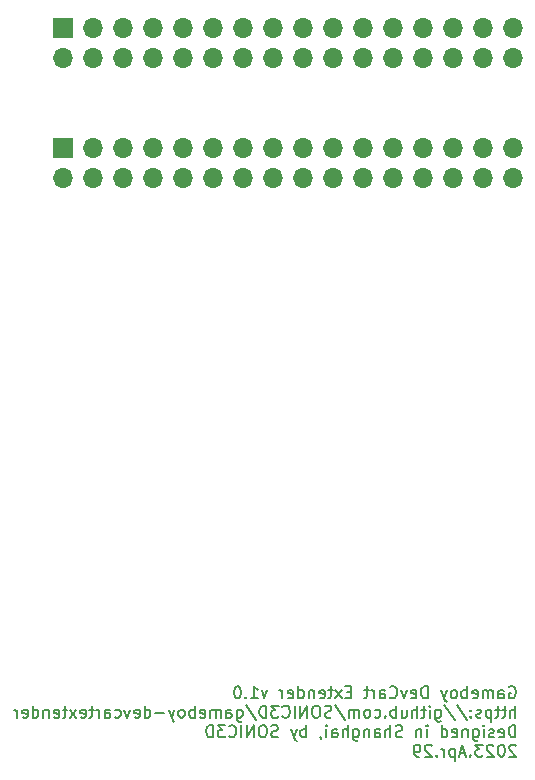
<source format=gbs>
%TF.GenerationSoftware,KiCad,Pcbnew,(5.1.10-1-10_14)*%
%TF.CreationDate,2023-04-29T23:30:21+08:00*%
%TF.ProjectId,GB_DevCartExtender_Mainboard,47425f44-6576-4436-9172-74457874656e,1.0*%
%TF.SameCoordinates,Original*%
%TF.FileFunction,Soldermask,Bot*%
%TF.FilePolarity,Negative*%
%FSLAX46Y46*%
G04 Gerber Fmt 4.6, Leading zero omitted, Abs format (unit mm)*
G04 Created by KiCad (PCBNEW (5.1.10-1-10_14)) date 2023-04-29 23:30:21*
%MOMM*%
%LPD*%
G01*
G04 APERTURE LIST*
%ADD10C,0.150000*%
%ADD11O,1.700000X1.700000*%
%ADD12R,1.700000X1.700000*%
G04 APERTURE END LIST*
D10*
X108360595Y-129740000D02*
X108455833Y-129692380D01*
X108598690Y-129692380D01*
X108741547Y-129740000D01*
X108836785Y-129835238D01*
X108884404Y-129930476D01*
X108932023Y-130120952D01*
X108932023Y-130263809D01*
X108884404Y-130454285D01*
X108836785Y-130549523D01*
X108741547Y-130644761D01*
X108598690Y-130692380D01*
X108503452Y-130692380D01*
X108360595Y-130644761D01*
X108312976Y-130597142D01*
X108312976Y-130263809D01*
X108503452Y-130263809D01*
X107455833Y-130692380D02*
X107455833Y-130168571D01*
X107503452Y-130073333D01*
X107598690Y-130025714D01*
X107789166Y-130025714D01*
X107884404Y-130073333D01*
X107455833Y-130644761D02*
X107551071Y-130692380D01*
X107789166Y-130692380D01*
X107884404Y-130644761D01*
X107932023Y-130549523D01*
X107932023Y-130454285D01*
X107884404Y-130359047D01*
X107789166Y-130311428D01*
X107551071Y-130311428D01*
X107455833Y-130263809D01*
X106979642Y-130692380D02*
X106979642Y-130025714D01*
X106979642Y-130120952D02*
X106932023Y-130073333D01*
X106836785Y-130025714D01*
X106693928Y-130025714D01*
X106598690Y-130073333D01*
X106551071Y-130168571D01*
X106551071Y-130692380D01*
X106551071Y-130168571D02*
X106503452Y-130073333D01*
X106408214Y-130025714D01*
X106265357Y-130025714D01*
X106170119Y-130073333D01*
X106122500Y-130168571D01*
X106122500Y-130692380D01*
X105265357Y-130644761D02*
X105360595Y-130692380D01*
X105551071Y-130692380D01*
X105646309Y-130644761D01*
X105693928Y-130549523D01*
X105693928Y-130168571D01*
X105646309Y-130073333D01*
X105551071Y-130025714D01*
X105360595Y-130025714D01*
X105265357Y-130073333D01*
X105217738Y-130168571D01*
X105217738Y-130263809D01*
X105693928Y-130359047D01*
X104789166Y-130692380D02*
X104789166Y-129692380D01*
X104789166Y-130073333D02*
X104693928Y-130025714D01*
X104503452Y-130025714D01*
X104408214Y-130073333D01*
X104360595Y-130120952D01*
X104312976Y-130216190D01*
X104312976Y-130501904D01*
X104360595Y-130597142D01*
X104408214Y-130644761D01*
X104503452Y-130692380D01*
X104693928Y-130692380D01*
X104789166Y-130644761D01*
X103741547Y-130692380D02*
X103836785Y-130644761D01*
X103884404Y-130597142D01*
X103932023Y-130501904D01*
X103932023Y-130216190D01*
X103884404Y-130120952D01*
X103836785Y-130073333D01*
X103741547Y-130025714D01*
X103598690Y-130025714D01*
X103503452Y-130073333D01*
X103455833Y-130120952D01*
X103408214Y-130216190D01*
X103408214Y-130501904D01*
X103455833Y-130597142D01*
X103503452Y-130644761D01*
X103598690Y-130692380D01*
X103741547Y-130692380D01*
X103074880Y-130025714D02*
X102836785Y-130692380D01*
X102598690Y-130025714D02*
X102836785Y-130692380D01*
X102932023Y-130930476D01*
X102979642Y-130978095D01*
X103074880Y-131025714D01*
X101455833Y-130692380D02*
X101455833Y-129692380D01*
X101217738Y-129692380D01*
X101074880Y-129740000D01*
X100979642Y-129835238D01*
X100932023Y-129930476D01*
X100884404Y-130120952D01*
X100884404Y-130263809D01*
X100932023Y-130454285D01*
X100979642Y-130549523D01*
X101074880Y-130644761D01*
X101217738Y-130692380D01*
X101455833Y-130692380D01*
X100074880Y-130644761D02*
X100170119Y-130692380D01*
X100360595Y-130692380D01*
X100455833Y-130644761D01*
X100503452Y-130549523D01*
X100503452Y-130168571D01*
X100455833Y-130073333D01*
X100360595Y-130025714D01*
X100170119Y-130025714D01*
X100074880Y-130073333D01*
X100027261Y-130168571D01*
X100027261Y-130263809D01*
X100503452Y-130359047D01*
X99693928Y-130025714D02*
X99455833Y-130692380D01*
X99217738Y-130025714D01*
X98265357Y-130597142D02*
X98312976Y-130644761D01*
X98455833Y-130692380D01*
X98551071Y-130692380D01*
X98693928Y-130644761D01*
X98789166Y-130549523D01*
X98836785Y-130454285D01*
X98884404Y-130263809D01*
X98884404Y-130120952D01*
X98836785Y-129930476D01*
X98789166Y-129835238D01*
X98693928Y-129740000D01*
X98551071Y-129692380D01*
X98455833Y-129692380D01*
X98312976Y-129740000D01*
X98265357Y-129787619D01*
X97408214Y-130692380D02*
X97408214Y-130168571D01*
X97455833Y-130073333D01*
X97551071Y-130025714D01*
X97741547Y-130025714D01*
X97836785Y-130073333D01*
X97408214Y-130644761D02*
X97503452Y-130692380D01*
X97741547Y-130692380D01*
X97836785Y-130644761D01*
X97884404Y-130549523D01*
X97884404Y-130454285D01*
X97836785Y-130359047D01*
X97741547Y-130311428D01*
X97503452Y-130311428D01*
X97408214Y-130263809D01*
X96932023Y-130692380D02*
X96932023Y-130025714D01*
X96932023Y-130216190D02*
X96884404Y-130120952D01*
X96836785Y-130073333D01*
X96741547Y-130025714D01*
X96646309Y-130025714D01*
X96455833Y-130025714D02*
X96074880Y-130025714D01*
X96312976Y-129692380D02*
X96312976Y-130549523D01*
X96265357Y-130644761D01*
X96170119Y-130692380D01*
X96074880Y-130692380D01*
X94979642Y-130168571D02*
X94646309Y-130168571D01*
X94503452Y-130692380D02*
X94979642Y-130692380D01*
X94979642Y-129692380D01*
X94503452Y-129692380D01*
X94170119Y-130692380D02*
X93646309Y-130025714D01*
X94170119Y-130025714D02*
X93646309Y-130692380D01*
X93408214Y-130025714D02*
X93027261Y-130025714D01*
X93265357Y-129692380D02*
X93265357Y-130549523D01*
X93217738Y-130644761D01*
X93122500Y-130692380D01*
X93027261Y-130692380D01*
X92312976Y-130644761D02*
X92408214Y-130692380D01*
X92598690Y-130692380D01*
X92693928Y-130644761D01*
X92741547Y-130549523D01*
X92741547Y-130168571D01*
X92693928Y-130073333D01*
X92598690Y-130025714D01*
X92408214Y-130025714D01*
X92312976Y-130073333D01*
X92265357Y-130168571D01*
X92265357Y-130263809D01*
X92741547Y-130359047D01*
X91836785Y-130025714D02*
X91836785Y-130692380D01*
X91836785Y-130120952D02*
X91789166Y-130073333D01*
X91693928Y-130025714D01*
X91551071Y-130025714D01*
X91455833Y-130073333D01*
X91408214Y-130168571D01*
X91408214Y-130692380D01*
X90503452Y-130692380D02*
X90503452Y-129692380D01*
X90503452Y-130644761D02*
X90598690Y-130692380D01*
X90789166Y-130692380D01*
X90884404Y-130644761D01*
X90932023Y-130597142D01*
X90979642Y-130501904D01*
X90979642Y-130216190D01*
X90932023Y-130120952D01*
X90884404Y-130073333D01*
X90789166Y-130025714D01*
X90598690Y-130025714D01*
X90503452Y-130073333D01*
X89646309Y-130644761D02*
X89741547Y-130692380D01*
X89932023Y-130692380D01*
X90027261Y-130644761D01*
X90074880Y-130549523D01*
X90074880Y-130168571D01*
X90027261Y-130073333D01*
X89932023Y-130025714D01*
X89741547Y-130025714D01*
X89646309Y-130073333D01*
X89598690Y-130168571D01*
X89598690Y-130263809D01*
X90074880Y-130359047D01*
X89170119Y-130692380D02*
X89170119Y-130025714D01*
X89170119Y-130216190D02*
X89122500Y-130120952D01*
X89074880Y-130073333D01*
X88979642Y-130025714D01*
X88884404Y-130025714D01*
X87884404Y-130025714D02*
X87646309Y-130692380D01*
X87408214Y-130025714D01*
X86503452Y-130692380D02*
X87074880Y-130692380D01*
X86789166Y-130692380D02*
X86789166Y-129692380D01*
X86884404Y-129835238D01*
X86979642Y-129930476D01*
X87074880Y-129978095D01*
X86074880Y-130597142D02*
X86027261Y-130644761D01*
X86074880Y-130692380D01*
X86122500Y-130644761D01*
X86074880Y-130597142D01*
X86074880Y-130692380D01*
X85408214Y-129692380D02*
X85312976Y-129692380D01*
X85217738Y-129740000D01*
X85170119Y-129787619D01*
X85122500Y-129882857D01*
X85074880Y-130073333D01*
X85074880Y-130311428D01*
X85122500Y-130501904D01*
X85170119Y-130597142D01*
X85217738Y-130644761D01*
X85312976Y-130692380D01*
X85408214Y-130692380D01*
X85503452Y-130644761D01*
X85551071Y-130597142D01*
X85598690Y-130501904D01*
X85646309Y-130311428D01*
X85646309Y-130073333D01*
X85598690Y-129882857D01*
X85551071Y-129787619D01*
X85503452Y-129740000D01*
X85408214Y-129692380D01*
X108884404Y-132342380D02*
X108884404Y-131342380D01*
X108455833Y-132342380D02*
X108455833Y-131818571D01*
X108503452Y-131723333D01*
X108598690Y-131675714D01*
X108741547Y-131675714D01*
X108836785Y-131723333D01*
X108884404Y-131770952D01*
X108122500Y-131675714D02*
X107741547Y-131675714D01*
X107979642Y-131342380D02*
X107979642Y-132199523D01*
X107932023Y-132294761D01*
X107836785Y-132342380D01*
X107741547Y-132342380D01*
X107551071Y-131675714D02*
X107170119Y-131675714D01*
X107408214Y-131342380D02*
X107408214Y-132199523D01*
X107360595Y-132294761D01*
X107265357Y-132342380D01*
X107170119Y-132342380D01*
X106836785Y-131675714D02*
X106836785Y-132675714D01*
X106836785Y-131723333D02*
X106741547Y-131675714D01*
X106551071Y-131675714D01*
X106455833Y-131723333D01*
X106408214Y-131770952D01*
X106360595Y-131866190D01*
X106360595Y-132151904D01*
X106408214Y-132247142D01*
X106455833Y-132294761D01*
X106551071Y-132342380D01*
X106741547Y-132342380D01*
X106836785Y-132294761D01*
X105979642Y-132294761D02*
X105884404Y-132342380D01*
X105693928Y-132342380D01*
X105598690Y-132294761D01*
X105551071Y-132199523D01*
X105551071Y-132151904D01*
X105598690Y-132056666D01*
X105693928Y-132009047D01*
X105836785Y-132009047D01*
X105932023Y-131961428D01*
X105979642Y-131866190D01*
X105979642Y-131818571D01*
X105932023Y-131723333D01*
X105836785Y-131675714D01*
X105693928Y-131675714D01*
X105598690Y-131723333D01*
X105122500Y-132247142D02*
X105074880Y-132294761D01*
X105122500Y-132342380D01*
X105170119Y-132294761D01*
X105122500Y-132247142D01*
X105122500Y-132342380D01*
X105122500Y-131723333D02*
X105074880Y-131770952D01*
X105122500Y-131818571D01*
X105170119Y-131770952D01*
X105122500Y-131723333D01*
X105122500Y-131818571D01*
X103932023Y-131294761D02*
X104789166Y-132580476D01*
X102884404Y-131294761D02*
X103741547Y-132580476D01*
X102122500Y-131675714D02*
X102122500Y-132485238D01*
X102170119Y-132580476D01*
X102217738Y-132628095D01*
X102312976Y-132675714D01*
X102455833Y-132675714D01*
X102551071Y-132628095D01*
X102122500Y-132294761D02*
X102217738Y-132342380D01*
X102408214Y-132342380D01*
X102503452Y-132294761D01*
X102551071Y-132247142D01*
X102598690Y-132151904D01*
X102598690Y-131866190D01*
X102551071Y-131770952D01*
X102503452Y-131723333D01*
X102408214Y-131675714D01*
X102217738Y-131675714D01*
X102122500Y-131723333D01*
X101646309Y-132342380D02*
X101646309Y-131675714D01*
X101646309Y-131342380D02*
X101693928Y-131390000D01*
X101646309Y-131437619D01*
X101598690Y-131390000D01*
X101646309Y-131342380D01*
X101646309Y-131437619D01*
X101312976Y-131675714D02*
X100932023Y-131675714D01*
X101170119Y-131342380D02*
X101170119Y-132199523D01*
X101122500Y-132294761D01*
X101027261Y-132342380D01*
X100932023Y-132342380D01*
X100598690Y-132342380D02*
X100598690Y-131342380D01*
X100170119Y-132342380D02*
X100170119Y-131818571D01*
X100217738Y-131723333D01*
X100312976Y-131675714D01*
X100455833Y-131675714D01*
X100551071Y-131723333D01*
X100598690Y-131770952D01*
X99265357Y-131675714D02*
X99265357Y-132342380D01*
X99693928Y-131675714D02*
X99693928Y-132199523D01*
X99646309Y-132294761D01*
X99551071Y-132342380D01*
X99408214Y-132342380D01*
X99312976Y-132294761D01*
X99265357Y-132247142D01*
X98789166Y-132342380D02*
X98789166Y-131342380D01*
X98789166Y-131723333D02*
X98693928Y-131675714D01*
X98503452Y-131675714D01*
X98408214Y-131723333D01*
X98360595Y-131770952D01*
X98312976Y-131866190D01*
X98312976Y-132151904D01*
X98360595Y-132247142D01*
X98408214Y-132294761D01*
X98503452Y-132342380D01*
X98693928Y-132342380D01*
X98789166Y-132294761D01*
X97884404Y-132247142D02*
X97836785Y-132294761D01*
X97884404Y-132342380D01*
X97932023Y-132294761D01*
X97884404Y-132247142D01*
X97884404Y-132342380D01*
X96979642Y-132294761D02*
X97074880Y-132342380D01*
X97265357Y-132342380D01*
X97360595Y-132294761D01*
X97408214Y-132247142D01*
X97455833Y-132151904D01*
X97455833Y-131866190D01*
X97408214Y-131770952D01*
X97360595Y-131723333D01*
X97265357Y-131675714D01*
X97074880Y-131675714D01*
X96979642Y-131723333D01*
X96408214Y-132342380D02*
X96503452Y-132294761D01*
X96551071Y-132247142D01*
X96598690Y-132151904D01*
X96598690Y-131866190D01*
X96551071Y-131770952D01*
X96503452Y-131723333D01*
X96408214Y-131675714D01*
X96265357Y-131675714D01*
X96170119Y-131723333D01*
X96122500Y-131770952D01*
X96074880Y-131866190D01*
X96074880Y-132151904D01*
X96122500Y-132247142D01*
X96170119Y-132294761D01*
X96265357Y-132342380D01*
X96408214Y-132342380D01*
X95646309Y-132342380D02*
X95646309Y-131675714D01*
X95646309Y-131770952D02*
X95598690Y-131723333D01*
X95503452Y-131675714D01*
X95360595Y-131675714D01*
X95265357Y-131723333D01*
X95217738Y-131818571D01*
X95217738Y-132342380D01*
X95217738Y-131818571D02*
X95170119Y-131723333D01*
X95074880Y-131675714D01*
X94932023Y-131675714D01*
X94836785Y-131723333D01*
X94789166Y-131818571D01*
X94789166Y-132342380D01*
X93598690Y-131294761D02*
X94455833Y-132580476D01*
X93312976Y-132294761D02*
X93170119Y-132342380D01*
X92932023Y-132342380D01*
X92836785Y-132294761D01*
X92789166Y-132247142D01*
X92741547Y-132151904D01*
X92741547Y-132056666D01*
X92789166Y-131961428D01*
X92836785Y-131913809D01*
X92932023Y-131866190D01*
X93122500Y-131818571D01*
X93217738Y-131770952D01*
X93265357Y-131723333D01*
X93312976Y-131628095D01*
X93312976Y-131532857D01*
X93265357Y-131437619D01*
X93217738Y-131390000D01*
X93122500Y-131342380D01*
X92884404Y-131342380D01*
X92741547Y-131390000D01*
X92122500Y-131342380D02*
X91932023Y-131342380D01*
X91836785Y-131390000D01*
X91741547Y-131485238D01*
X91693928Y-131675714D01*
X91693928Y-132009047D01*
X91741547Y-132199523D01*
X91836785Y-132294761D01*
X91932023Y-132342380D01*
X92122500Y-132342380D01*
X92217738Y-132294761D01*
X92312976Y-132199523D01*
X92360595Y-132009047D01*
X92360595Y-131675714D01*
X92312976Y-131485238D01*
X92217738Y-131390000D01*
X92122500Y-131342380D01*
X91265357Y-132342380D02*
X91265357Y-131342380D01*
X90693928Y-132342380D01*
X90693928Y-131342380D01*
X90217738Y-132342380D02*
X90217738Y-131342380D01*
X89170119Y-132247142D02*
X89217738Y-132294761D01*
X89360595Y-132342380D01*
X89455833Y-132342380D01*
X89598690Y-132294761D01*
X89693928Y-132199523D01*
X89741547Y-132104285D01*
X89789166Y-131913809D01*
X89789166Y-131770952D01*
X89741547Y-131580476D01*
X89693928Y-131485238D01*
X89598690Y-131390000D01*
X89455833Y-131342380D01*
X89360595Y-131342380D01*
X89217738Y-131390000D01*
X89170119Y-131437619D01*
X88836785Y-131342380D02*
X88217738Y-131342380D01*
X88551071Y-131723333D01*
X88408214Y-131723333D01*
X88312976Y-131770952D01*
X88265357Y-131818571D01*
X88217738Y-131913809D01*
X88217738Y-132151904D01*
X88265357Y-132247142D01*
X88312976Y-132294761D01*
X88408214Y-132342380D01*
X88693928Y-132342380D01*
X88789166Y-132294761D01*
X88836785Y-132247142D01*
X87789166Y-132342380D02*
X87789166Y-131342380D01*
X87551071Y-131342380D01*
X87408214Y-131390000D01*
X87312976Y-131485238D01*
X87265357Y-131580476D01*
X87217738Y-131770952D01*
X87217738Y-131913809D01*
X87265357Y-132104285D01*
X87312976Y-132199523D01*
X87408214Y-132294761D01*
X87551071Y-132342380D01*
X87789166Y-132342380D01*
X86074880Y-131294761D02*
X86932023Y-132580476D01*
X85312976Y-131675714D02*
X85312976Y-132485238D01*
X85360595Y-132580476D01*
X85408214Y-132628095D01*
X85503452Y-132675714D01*
X85646309Y-132675714D01*
X85741547Y-132628095D01*
X85312976Y-132294761D02*
X85408214Y-132342380D01*
X85598690Y-132342380D01*
X85693928Y-132294761D01*
X85741547Y-132247142D01*
X85789166Y-132151904D01*
X85789166Y-131866190D01*
X85741547Y-131770952D01*
X85693928Y-131723333D01*
X85598690Y-131675714D01*
X85408214Y-131675714D01*
X85312976Y-131723333D01*
X84408214Y-132342380D02*
X84408214Y-131818571D01*
X84455833Y-131723333D01*
X84551071Y-131675714D01*
X84741547Y-131675714D01*
X84836785Y-131723333D01*
X84408214Y-132294761D02*
X84503452Y-132342380D01*
X84741547Y-132342380D01*
X84836785Y-132294761D01*
X84884404Y-132199523D01*
X84884404Y-132104285D01*
X84836785Y-132009047D01*
X84741547Y-131961428D01*
X84503452Y-131961428D01*
X84408214Y-131913809D01*
X83932023Y-132342380D02*
X83932023Y-131675714D01*
X83932023Y-131770952D02*
X83884404Y-131723333D01*
X83789166Y-131675714D01*
X83646309Y-131675714D01*
X83551071Y-131723333D01*
X83503452Y-131818571D01*
X83503452Y-132342380D01*
X83503452Y-131818571D02*
X83455833Y-131723333D01*
X83360595Y-131675714D01*
X83217738Y-131675714D01*
X83122500Y-131723333D01*
X83074880Y-131818571D01*
X83074880Y-132342380D01*
X82217738Y-132294761D02*
X82312976Y-132342380D01*
X82503452Y-132342380D01*
X82598690Y-132294761D01*
X82646309Y-132199523D01*
X82646309Y-131818571D01*
X82598690Y-131723333D01*
X82503452Y-131675714D01*
X82312976Y-131675714D01*
X82217738Y-131723333D01*
X82170119Y-131818571D01*
X82170119Y-131913809D01*
X82646309Y-132009047D01*
X81741547Y-132342380D02*
X81741547Y-131342380D01*
X81741547Y-131723333D02*
X81646309Y-131675714D01*
X81455833Y-131675714D01*
X81360595Y-131723333D01*
X81312976Y-131770952D01*
X81265357Y-131866190D01*
X81265357Y-132151904D01*
X81312976Y-132247142D01*
X81360595Y-132294761D01*
X81455833Y-132342380D01*
X81646309Y-132342380D01*
X81741547Y-132294761D01*
X80693928Y-132342380D02*
X80789166Y-132294761D01*
X80836785Y-132247142D01*
X80884404Y-132151904D01*
X80884404Y-131866190D01*
X80836785Y-131770952D01*
X80789166Y-131723333D01*
X80693928Y-131675714D01*
X80551071Y-131675714D01*
X80455833Y-131723333D01*
X80408214Y-131770952D01*
X80360595Y-131866190D01*
X80360595Y-132151904D01*
X80408214Y-132247142D01*
X80455833Y-132294761D01*
X80551071Y-132342380D01*
X80693928Y-132342380D01*
X80027261Y-131675714D02*
X79789166Y-132342380D01*
X79551071Y-131675714D02*
X79789166Y-132342380D01*
X79884404Y-132580476D01*
X79932023Y-132628095D01*
X80027261Y-132675714D01*
X79170119Y-131961428D02*
X78408214Y-131961428D01*
X77503452Y-132342380D02*
X77503452Y-131342380D01*
X77503452Y-132294761D02*
X77598690Y-132342380D01*
X77789166Y-132342380D01*
X77884404Y-132294761D01*
X77932023Y-132247142D01*
X77979642Y-132151904D01*
X77979642Y-131866190D01*
X77932023Y-131770952D01*
X77884404Y-131723333D01*
X77789166Y-131675714D01*
X77598690Y-131675714D01*
X77503452Y-131723333D01*
X76646309Y-132294761D02*
X76741547Y-132342380D01*
X76932023Y-132342380D01*
X77027261Y-132294761D01*
X77074880Y-132199523D01*
X77074880Y-131818571D01*
X77027261Y-131723333D01*
X76932023Y-131675714D01*
X76741547Y-131675714D01*
X76646309Y-131723333D01*
X76598690Y-131818571D01*
X76598690Y-131913809D01*
X77074880Y-132009047D01*
X76265357Y-131675714D02*
X76027261Y-132342380D01*
X75789166Y-131675714D01*
X74979642Y-132294761D02*
X75074880Y-132342380D01*
X75265357Y-132342380D01*
X75360595Y-132294761D01*
X75408214Y-132247142D01*
X75455833Y-132151904D01*
X75455833Y-131866190D01*
X75408214Y-131770952D01*
X75360595Y-131723333D01*
X75265357Y-131675714D01*
X75074880Y-131675714D01*
X74979642Y-131723333D01*
X74122500Y-132342380D02*
X74122500Y-131818571D01*
X74170119Y-131723333D01*
X74265357Y-131675714D01*
X74455833Y-131675714D01*
X74551071Y-131723333D01*
X74122500Y-132294761D02*
X74217738Y-132342380D01*
X74455833Y-132342380D01*
X74551071Y-132294761D01*
X74598690Y-132199523D01*
X74598690Y-132104285D01*
X74551071Y-132009047D01*
X74455833Y-131961428D01*
X74217738Y-131961428D01*
X74122500Y-131913809D01*
X73646309Y-132342380D02*
X73646309Y-131675714D01*
X73646309Y-131866190D02*
X73598690Y-131770952D01*
X73551071Y-131723333D01*
X73455833Y-131675714D01*
X73360595Y-131675714D01*
X73170119Y-131675714D02*
X72789166Y-131675714D01*
X73027261Y-131342380D02*
X73027261Y-132199523D01*
X72979642Y-132294761D01*
X72884404Y-132342380D01*
X72789166Y-132342380D01*
X72074880Y-132294761D02*
X72170119Y-132342380D01*
X72360595Y-132342380D01*
X72455833Y-132294761D01*
X72503452Y-132199523D01*
X72503452Y-131818571D01*
X72455833Y-131723333D01*
X72360595Y-131675714D01*
X72170119Y-131675714D01*
X72074880Y-131723333D01*
X72027261Y-131818571D01*
X72027261Y-131913809D01*
X72503452Y-132009047D01*
X71693928Y-132342380D02*
X71170119Y-131675714D01*
X71693928Y-131675714D02*
X71170119Y-132342380D01*
X70932023Y-131675714D02*
X70551071Y-131675714D01*
X70789166Y-131342380D02*
X70789166Y-132199523D01*
X70741547Y-132294761D01*
X70646309Y-132342380D01*
X70551071Y-132342380D01*
X69836785Y-132294761D02*
X69932023Y-132342380D01*
X70122500Y-132342380D01*
X70217738Y-132294761D01*
X70265357Y-132199523D01*
X70265357Y-131818571D01*
X70217738Y-131723333D01*
X70122500Y-131675714D01*
X69932023Y-131675714D01*
X69836785Y-131723333D01*
X69789166Y-131818571D01*
X69789166Y-131913809D01*
X70265357Y-132009047D01*
X69360595Y-131675714D02*
X69360595Y-132342380D01*
X69360595Y-131770952D02*
X69312976Y-131723333D01*
X69217738Y-131675714D01*
X69074880Y-131675714D01*
X68979642Y-131723333D01*
X68932023Y-131818571D01*
X68932023Y-132342380D01*
X68027261Y-132342380D02*
X68027261Y-131342380D01*
X68027261Y-132294761D02*
X68122500Y-132342380D01*
X68312976Y-132342380D01*
X68408214Y-132294761D01*
X68455833Y-132247142D01*
X68503452Y-132151904D01*
X68503452Y-131866190D01*
X68455833Y-131770952D01*
X68408214Y-131723333D01*
X68312976Y-131675714D01*
X68122500Y-131675714D01*
X68027261Y-131723333D01*
X67170119Y-132294761D02*
X67265357Y-132342380D01*
X67455833Y-132342380D01*
X67551071Y-132294761D01*
X67598690Y-132199523D01*
X67598690Y-131818571D01*
X67551071Y-131723333D01*
X67455833Y-131675714D01*
X67265357Y-131675714D01*
X67170119Y-131723333D01*
X67122500Y-131818571D01*
X67122500Y-131913809D01*
X67598690Y-132009047D01*
X66693928Y-132342380D02*
X66693928Y-131675714D01*
X66693928Y-131866190D02*
X66646309Y-131770952D01*
X66598690Y-131723333D01*
X66503452Y-131675714D01*
X66408214Y-131675714D01*
X108884404Y-133992380D02*
X108884404Y-132992380D01*
X108646309Y-132992380D01*
X108503452Y-133040000D01*
X108408214Y-133135238D01*
X108360595Y-133230476D01*
X108312976Y-133420952D01*
X108312976Y-133563809D01*
X108360595Y-133754285D01*
X108408214Y-133849523D01*
X108503452Y-133944761D01*
X108646309Y-133992380D01*
X108884404Y-133992380D01*
X107503452Y-133944761D02*
X107598690Y-133992380D01*
X107789166Y-133992380D01*
X107884404Y-133944761D01*
X107932023Y-133849523D01*
X107932023Y-133468571D01*
X107884404Y-133373333D01*
X107789166Y-133325714D01*
X107598690Y-133325714D01*
X107503452Y-133373333D01*
X107455833Y-133468571D01*
X107455833Y-133563809D01*
X107932023Y-133659047D01*
X107074880Y-133944761D02*
X106979642Y-133992380D01*
X106789166Y-133992380D01*
X106693928Y-133944761D01*
X106646309Y-133849523D01*
X106646309Y-133801904D01*
X106693928Y-133706666D01*
X106789166Y-133659047D01*
X106932023Y-133659047D01*
X107027261Y-133611428D01*
X107074880Y-133516190D01*
X107074880Y-133468571D01*
X107027261Y-133373333D01*
X106932023Y-133325714D01*
X106789166Y-133325714D01*
X106693928Y-133373333D01*
X106217738Y-133992380D02*
X106217738Y-133325714D01*
X106217738Y-132992380D02*
X106265357Y-133040000D01*
X106217738Y-133087619D01*
X106170119Y-133040000D01*
X106217738Y-132992380D01*
X106217738Y-133087619D01*
X105312976Y-133325714D02*
X105312976Y-134135238D01*
X105360595Y-134230476D01*
X105408214Y-134278095D01*
X105503452Y-134325714D01*
X105646309Y-134325714D01*
X105741547Y-134278095D01*
X105312976Y-133944761D02*
X105408214Y-133992380D01*
X105598690Y-133992380D01*
X105693928Y-133944761D01*
X105741547Y-133897142D01*
X105789166Y-133801904D01*
X105789166Y-133516190D01*
X105741547Y-133420952D01*
X105693928Y-133373333D01*
X105598690Y-133325714D01*
X105408214Y-133325714D01*
X105312976Y-133373333D01*
X104836785Y-133325714D02*
X104836785Y-133992380D01*
X104836785Y-133420952D02*
X104789166Y-133373333D01*
X104693928Y-133325714D01*
X104551071Y-133325714D01*
X104455833Y-133373333D01*
X104408214Y-133468571D01*
X104408214Y-133992380D01*
X103551071Y-133944761D02*
X103646309Y-133992380D01*
X103836785Y-133992380D01*
X103932023Y-133944761D01*
X103979642Y-133849523D01*
X103979642Y-133468571D01*
X103932023Y-133373333D01*
X103836785Y-133325714D01*
X103646309Y-133325714D01*
X103551071Y-133373333D01*
X103503452Y-133468571D01*
X103503452Y-133563809D01*
X103979642Y-133659047D01*
X102646309Y-133992380D02*
X102646309Y-132992380D01*
X102646309Y-133944761D02*
X102741547Y-133992380D01*
X102932023Y-133992380D01*
X103027261Y-133944761D01*
X103074880Y-133897142D01*
X103122500Y-133801904D01*
X103122500Y-133516190D01*
X103074880Y-133420952D01*
X103027261Y-133373333D01*
X102932023Y-133325714D01*
X102741547Y-133325714D01*
X102646309Y-133373333D01*
X101408214Y-133992380D02*
X101408214Y-133325714D01*
X101408214Y-132992380D02*
X101455833Y-133040000D01*
X101408214Y-133087619D01*
X101360595Y-133040000D01*
X101408214Y-132992380D01*
X101408214Y-133087619D01*
X100932023Y-133325714D02*
X100932023Y-133992380D01*
X100932023Y-133420952D02*
X100884404Y-133373333D01*
X100789166Y-133325714D01*
X100646309Y-133325714D01*
X100551071Y-133373333D01*
X100503452Y-133468571D01*
X100503452Y-133992380D01*
X99312976Y-133944761D02*
X99170119Y-133992380D01*
X98932023Y-133992380D01*
X98836785Y-133944761D01*
X98789166Y-133897142D01*
X98741547Y-133801904D01*
X98741547Y-133706666D01*
X98789166Y-133611428D01*
X98836785Y-133563809D01*
X98932023Y-133516190D01*
X99122500Y-133468571D01*
X99217738Y-133420952D01*
X99265357Y-133373333D01*
X99312976Y-133278095D01*
X99312976Y-133182857D01*
X99265357Y-133087619D01*
X99217738Y-133040000D01*
X99122500Y-132992380D01*
X98884404Y-132992380D01*
X98741547Y-133040000D01*
X98312976Y-133992380D02*
X98312976Y-132992380D01*
X97884404Y-133992380D02*
X97884404Y-133468571D01*
X97932023Y-133373333D01*
X98027261Y-133325714D01*
X98170119Y-133325714D01*
X98265357Y-133373333D01*
X98312976Y-133420952D01*
X96979642Y-133992380D02*
X96979642Y-133468571D01*
X97027261Y-133373333D01*
X97122500Y-133325714D01*
X97312976Y-133325714D01*
X97408214Y-133373333D01*
X96979642Y-133944761D02*
X97074880Y-133992380D01*
X97312976Y-133992380D01*
X97408214Y-133944761D01*
X97455833Y-133849523D01*
X97455833Y-133754285D01*
X97408214Y-133659047D01*
X97312976Y-133611428D01*
X97074880Y-133611428D01*
X96979642Y-133563809D01*
X96503452Y-133325714D02*
X96503452Y-133992380D01*
X96503452Y-133420952D02*
X96455833Y-133373333D01*
X96360595Y-133325714D01*
X96217738Y-133325714D01*
X96122500Y-133373333D01*
X96074880Y-133468571D01*
X96074880Y-133992380D01*
X95170119Y-133325714D02*
X95170119Y-134135238D01*
X95217738Y-134230476D01*
X95265357Y-134278095D01*
X95360595Y-134325714D01*
X95503452Y-134325714D01*
X95598690Y-134278095D01*
X95170119Y-133944761D02*
X95265357Y-133992380D01*
X95455833Y-133992380D01*
X95551071Y-133944761D01*
X95598690Y-133897142D01*
X95646309Y-133801904D01*
X95646309Y-133516190D01*
X95598690Y-133420952D01*
X95551071Y-133373333D01*
X95455833Y-133325714D01*
X95265357Y-133325714D01*
X95170119Y-133373333D01*
X94693928Y-133992380D02*
X94693928Y-132992380D01*
X94265357Y-133992380D02*
X94265357Y-133468571D01*
X94312976Y-133373333D01*
X94408214Y-133325714D01*
X94551071Y-133325714D01*
X94646309Y-133373333D01*
X94693928Y-133420952D01*
X93360595Y-133992380D02*
X93360595Y-133468571D01*
X93408214Y-133373333D01*
X93503452Y-133325714D01*
X93693928Y-133325714D01*
X93789166Y-133373333D01*
X93360595Y-133944761D02*
X93455833Y-133992380D01*
X93693928Y-133992380D01*
X93789166Y-133944761D01*
X93836785Y-133849523D01*
X93836785Y-133754285D01*
X93789166Y-133659047D01*
X93693928Y-133611428D01*
X93455833Y-133611428D01*
X93360595Y-133563809D01*
X92884404Y-133992380D02*
X92884404Y-133325714D01*
X92884404Y-132992380D02*
X92932023Y-133040000D01*
X92884404Y-133087619D01*
X92836785Y-133040000D01*
X92884404Y-132992380D01*
X92884404Y-133087619D01*
X92360595Y-133944761D02*
X92360595Y-133992380D01*
X92408214Y-134087619D01*
X92455833Y-134135238D01*
X91170119Y-133992380D02*
X91170119Y-132992380D01*
X91170119Y-133373333D02*
X91074880Y-133325714D01*
X90884404Y-133325714D01*
X90789166Y-133373333D01*
X90741547Y-133420952D01*
X90693928Y-133516190D01*
X90693928Y-133801904D01*
X90741547Y-133897142D01*
X90789166Y-133944761D01*
X90884404Y-133992380D01*
X91074880Y-133992380D01*
X91170119Y-133944761D01*
X90360595Y-133325714D02*
X90122500Y-133992380D01*
X89884404Y-133325714D02*
X90122500Y-133992380D01*
X90217738Y-134230476D01*
X90265357Y-134278095D01*
X90360595Y-134325714D01*
X88789166Y-133944761D02*
X88646309Y-133992380D01*
X88408214Y-133992380D01*
X88312976Y-133944761D01*
X88265357Y-133897142D01*
X88217738Y-133801904D01*
X88217738Y-133706666D01*
X88265357Y-133611428D01*
X88312976Y-133563809D01*
X88408214Y-133516190D01*
X88598690Y-133468571D01*
X88693928Y-133420952D01*
X88741547Y-133373333D01*
X88789166Y-133278095D01*
X88789166Y-133182857D01*
X88741547Y-133087619D01*
X88693928Y-133040000D01*
X88598690Y-132992380D01*
X88360595Y-132992380D01*
X88217738Y-133040000D01*
X87598690Y-132992380D02*
X87408214Y-132992380D01*
X87312976Y-133040000D01*
X87217738Y-133135238D01*
X87170119Y-133325714D01*
X87170119Y-133659047D01*
X87217738Y-133849523D01*
X87312976Y-133944761D01*
X87408214Y-133992380D01*
X87598690Y-133992380D01*
X87693928Y-133944761D01*
X87789166Y-133849523D01*
X87836785Y-133659047D01*
X87836785Y-133325714D01*
X87789166Y-133135238D01*
X87693928Y-133040000D01*
X87598690Y-132992380D01*
X86741547Y-133992380D02*
X86741547Y-132992380D01*
X86170119Y-133992380D01*
X86170119Y-132992380D01*
X85693928Y-133992380D02*
X85693928Y-132992380D01*
X84646309Y-133897142D02*
X84693928Y-133944761D01*
X84836785Y-133992380D01*
X84932023Y-133992380D01*
X85074880Y-133944761D01*
X85170119Y-133849523D01*
X85217738Y-133754285D01*
X85265357Y-133563809D01*
X85265357Y-133420952D01*
X85217738Y-133230476D01*
X85170119Y-133135238D01*
X85074880Y-133040000D01*
X84932023Y-132992380D01*
X84836785Y-132992380D01*
X84693928Y-133040000D01*
X84646309Y-133087619D01*
X84312976Y-132992380D02*
X83693928Y-132992380D01*
X84027261Y-133373333D01*
X83884404Y-133373333D01*
X83789166Y-133420952D01*
X83741547Y-133468571D01*
X83693928Y-133563809D01*
X83693928Y-133801904D01*
X83741547Y-133897142D01*
X83789166Y-133944761D01*
X83884404Y-133992380D01*
X84170119Y-133992380D01*
X84265357Y-133944761D01*
X84312976Y-133897142D01*
X83265357Y-133992380D02*
X83265357Y-132992380D01*
X83027261Y-132992380D01*
X82884404Y-133040000D01*
X82789166Y-133135238D01*
X82741547Y-133230476D01*
X82693928Y-133420952D01*
X82693928Y-133563809D01*
X82741547Y-133754285D01*
X82789166Y-133849523D01*
X82884404Y-133944761D01*
X83027261Y-133992380D01*
X83265357Y-133992380D01*
X108932023Y-134737619D02*
X108884404Y-134690000D01*
X108789166Y-134642380D01*
X108551071Y-134642380D01*
X108455833Y-134690000D01*
X108408214Y-134737619D01*
X108360595Y-134832857D01*
X108360595Y-134928095D01*
X108408214Y-135070952D01*
X108979642Y-135642380D01*
X108360595Y-135642380D01*
X107741547Y-134642380D02*
X107646309Y-134642380D01*
X107551071Y-134690000D01*
X107503452Y-134737619D01*
X107455833Y-134832857D01*
X107408214Y-135023333D01*
X107408214Y-135261428D01*
X107455833Y-135451904D01*
X107503452Y-135547142D01*
X107551071Y-135594761D01*
X107646309Y-135642380D01*
X107741547Y-135642380D01*
X107836785Y-135594761D01*
X107884404Y-135547142D01*
X107932023Y-135451904D01*
X107979642Y-135261428D01*
X107979642Y-135023333D01*
X107932023Y-134832857D01*
X107884404Y-134737619D01*
X107836785Y-134690000D01*
X107741547Y-134642380D01*
X107027261Y-134737619D02*
X106979642Y-134690000D01*
X106884404Y-134642380D01*
X106646309Y-134642380D01*
X106551071Y-134690000D01*
X106503452Y-134737619D01*
X106455833Y-134832857D01*
X106455833Y-134928095D01*
X106503452Y-135070952D01*
X107074880Y-135642380D01*
X106455833Y-135642380D01*
X106122500Y-134642380D02*
X105503452Y-134642380D01*
X105836785Y-135023333D01*
X105693928Y-135023333D01*
X105598690Y-135070952D01*
X105551071Y-135118571D01*
X105503452Y-135213809D01*
X105503452Y-135451904D01*
X105551071Y-135547142D01*
X105598690Y-135594761D01*
X105693928Y-135642380D01*
X105979642Y-135642380D01*
X106074880Y-135594761D01*
X106122500Y-135547142D01*
X105074880Y-135547142D02*
X105027261Y-135594761D01*
X105074880Y-135642380D01*
X105122500Y-135594761D01*
X105074880Y-135547142D01*
X105074880Y-135642380D01*
X104646309Y-135356666D02*
X104170119Y-135356666D01*
X104741547Y-135642380D02*
X104408214Y-134642380D01*
X104074880Y-135642380D01*
X103741547Y-134975714D02*
X103741547Y-135975714D01*
X103741547Y-135023333D02*
X103646309Y-134975714D01*
X103455833Y-134975714D01*
X103360595Y-135023333D01*
X103312976Y-135070952D01*
X103265357Y-135166190D01*
X103265357Y-135451904D01*
X103312976Y-135547142D01*
X103360595Y-135594761D01*
X103455833Y-135642380D01*
X103646309Y-135642380D01*
X103741547Y-135594761D01*
X102836785Y-135642380D02*
X102836785Y-134975714D01*
X102836785Y-135166190D02*
X102789166Y-135070952D01*
X102741547Y-135023333D01*
X102646309Y-134975714D01*
X102551071Y-134975714D01*
X102217738Y-135547142D02*
X102170119Y-135594761D01*
X102217738Y-135642380D01*
X102265357Y-135594761D01*
X102217738Y-135547142D01*
X102217738Y-135642380D01*
X101789166Y-134737619D02*
X101741547Y-134690000D01*
X101646309Y-134642380D01*
X101408214Y-134642380D01*
X101312976Y-134690000D01*
X101265357Y-134737619D01*
X101217738Y-134832857D01*
X101217738Y-134928095D01*
X101265357Y-135070952D01*
X101836785Y-135642380D01*
X101217738Y-135642380D01*
X100741547Y-135642380D02*
X100551071Y-135642380D01*
X100455833Y-135594761D01*
X100408214Y-135547142D01*
X100312976Y-135404285D01*
X100265357Y-135213809D01*
X100265357Y-134832857D01*
X100312976Y-134737619D01*
X100360595Y-134690000D01*
X100455833Y-134642380D01*
X100646309Y-134642380D01*
X100741547Y-134690000D01*
X100789166Y-134737619D01*
X100836785Y-134832857D01*
X100836785Y-135070952D01*
X100789166Y-135166190D01*
X100741547Y-135213809D01*
X100646309Y-135261428D01*
X100455833Y-135261428D01*
X100360595Y-135213809D01*
X100312976Y-135166190D01*
X100265357Y-135070952D01*
D11*
%TO.C,J5*%
X108650000Y-76500000D03*
X108650000Y-73960000D03*
X106110000Y-76500000D03*
X106110000Y-73960000D03*
X103570000Y-76500000D03*
X103570000Y-73960000D03*
X101030000Y-76500000D03*
X101030000Y-73960000D03*
X98490000Y-76500000D03*
X98490000Y-73960000D03*
X95950000Y-76500000D03*
X95950000Y-73960000D03*
X93410000Y-76500000D03*
X93410000Y-73960000D03*
X90870000Y-76500000D03*
X90870000Y-73960000D03*
X88330000Y-76500000D03*
X88330000Y-73960000D03*
X85790000Y-76500000D03*
X85790000Y-73960000D03*
X83250000Y-76500000D03*
X83250000Y-73960000D03*
X80710000Y-76500000D03*
X80710000Y-73960000D03*
X78170000Y-76500000D03*
X78170000Y-73960000D03*
X75630000Y-76500000D03*
X75630000Y-73960000D03*
X73090000Y-76500000D03*
X73090000Y-73960000D03*
X70550000Y-76500000D03*
D12*
X70550000Y-73960000D03*
%TD*%
D11*
%TO.C,J4*%
X108650000Y-86660000D03*
X108650000Y-84120000D03*
X106110000Y-86660000D03*
X106110000Y-84120000D03*
X103570000Y-86660000D03*
X103570000Y-84120000D03*
X101030000Y-86660000D03*
X101030000Y-84120000D03*
X98490000Y-86660000D03*
X98490000Y-84120000D03*
X95950000Y-86660000D03*
X95950000Y-84120000D03*
X93410000Y-86660000D03*
X93410000Y-84120000D03*
X90870000Y-86660000D03*
X90870000Y-84120000D03*
X88330000Y-86660000D03*
X88330000Y-84120000D03*
X85790000Y-86660000D03*
X85790000Y-84120000D03*
X83250000Y-86660000D03*
X83250000Y-84120000D03*
X80710000Y-86660000D03*
X80710000Y-84120000D03*
X78170000Y-86660000D03*
X78170000Y-84120000D03*
X75630000Y-86660000D03*
X75630000Y-84120000D03*
X73090000Y-86660000D03*
X73090000Y-84120000D03*
X70550000Y-86660000D03*
D12*
X70550000Y-84120000D03*
%TD*%
M02*

</source>
